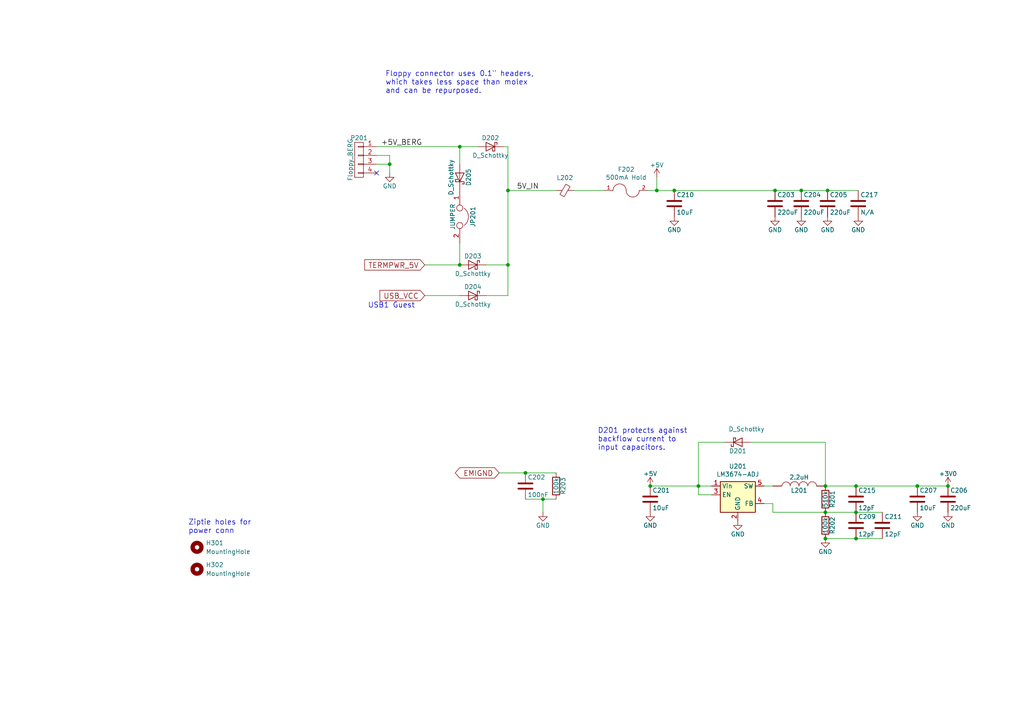
<source format=kicad_sch>
(kicad_sch (version 20230121) (generator eeschema)
  (paper "A4")
  (title_block (title "ZuluSCSI (TM) Pico OSHW") (date "2023-09-19") (rev "2023d") (company "(C) Rabbit Hole Computing ") (comment 1 "ZuluSCSI is a registered trademark of ") (comment 2 "Descended from SCSI2SD, with special thanks to Michael McMaster"))
  (lib_symbols
    (symbol "Device:FerriteBead_Small" (pin_numbers hide) (pin_names (offset 0))
      (property "Reference" "FB" (at 1.905 1.27 0))
      (property "Value" "FerriteBead_Small" (at 1.905 -1.27 0))
      (symbol "FerriteBead_Small_0_1"
        (polyline (pts (xy 0 -1.27) (xy 0 -0.7874)))
        (polyline (pts (xy 0 0.889) (xy 0 1.2954)))
        (polyline (pts (xy -1.8288 0.2794) (xy -1.1176 1.4986) (xy 1.8288 -0.2032) (xy 1.1176 -1.4224) (xy -1.8288 0.2794)))
      )
      (symbol "FerriteBead_Small_1_1"
        (pin passive line (at 0 2.54 270) (length 1.27) (name "~") (number "1"))
        (pin passive line (at 0 -2.54 90) (length 1.27) (name "~") (number "2"))
      )
    )
    (symbol "Mechanical:MountingHole" (pin_names (offset 1.016))
      (property "Reference" "H" (at 0 5.08 0))
      (property "Value" "MountingHole" (at 0 3.175 0))
      (symbol "MountingHole_0_1"
        (circle (center 0 0) (radius 1.27) (stroke (width 1.27)))
      )
    )
    (symbol "Regulator_Switching:LM3670MF"
      (property "Reference" "U" (at -5.08 5.08 0))
      (property "Value" "LM3670MF" (at 0 5.08 0))
      (symbol "LM3670MF_0_1"
        (rectangle (start -5.08 3.81) (end 5.08 -5.08) (stroke (width 0.254)) (fill (type background)))
      )
      (symbol "LM3670MF_1_1"
        (pin power_in line (at -7.62 2.54 0) (length 2.54) (name "Vin") (number "1"))
        (pin power_in line (at 0 -7.62 90) (length 2.54) (name "GND") (number "2"))
        (pin input line (at -7.62 0 0) (length 2.54) (name "EN") (number "3"))
        (pin input line (at 7.62 -2.54 180) (length 2.54) (name "FB") (number "4"))
        (pin input line (at 7.62 2.54 180) (length 2.54) (name "SW") (number "5"))
      )
    )
    (symbol "zuluscsi-rescue:+3V0" (power) (pin_names (offset 0))
      (property "Value" "+3V0" (at 0 3.556 0))
      (symbol "+3V0_0_1"
        (polyline (pts (xy -0.762 1.27) (xy 0 2.54)))
        (polyline (pts (xy 0 0) (xy 0 2.54)))
        (polyline (pts (xy 0 2.54) (xy 0.762 1.27)))
      )
      (symbol "+3V0_1_1"
        (pin power_in line (at 0 0 90) (length 0) hide (name "+3V0") (number "1"))
      )
    )
    (symbol "zuluscsi-rescue:+5V" (power) (pin_names (offset 0))
      (property "Value" "+5V" (at 0 3.556 0))
      (symbol "+5V_0_1"
        (polyline (pts (xy -0.762 1.27) (xy 0 2.54)))
        (polyline (pts (xy 0 0) (xy 0 2.54)))
        (polyline (pts (xy 0 2.54) (xy 0.762 1.27)))
      )
      (symbol "+5V_1_1"
        (pin power_in line (at 0 0 90) (length 0) hide (name "+5V") (number "1"))
      )
    )
    (symbol "zuluscsi-rescue:C" (pin_numbers hide) (pin_names (offset 0.254))
      (property "Reference" "C" (at 0.635 2.54 0))
      (property "Value" "C" (at 0.635 -2.54 0))
      (symbol "C_0_1"
        (polyline (pts (xy -2.032 -0.762) (xy 2.032 -0.762)) (stroke (width 0.508)))
        (polyline (pts (xy -2.032 0.762) (xy 2.032 0.762)) (stroke (width 0.508)))
      )
      (symbol "C_1_1"
        (pin passive line (at 0 3.81 270) (length 2.794) (name "~") (number "1"))
        (pin passive line (at 0 -3.81 90) (length 2.794) (name "~") (number "2"))
      )
    )
    (symbol "zuluscsi-rescue:CONN_01X04" (pin_names (offset 1.016) hide)
      (property "Reference" "P" (at 0 6.35 0))
      (property "Value" "CONN_01X04" (at 2.54 0 90))
      (symbol "CONN_01X04_0_1"
        (rectangle (start -1.27 -3.683) (end 0.254 -3.937))
        (rectangle (start -1.27 -1.143) (end 0.254 -1.397))
        (rectangle (start -1.27 1.397) (end 0.254 1.143))
        (rectangle (start -1.27 3.937) (end 0.254 3.683))
        (rectangle (start -1.27 5.08) (end 1.27 -5.08))
      )
      (symbol "CONN_01X04_1_1"
        (pin passive line (at -5.08 3.81 0) (length 3.81) (name "P1") (number "1"))
        (pin passive line (at -5.08 1.27 0) (length 3.81) (name "P2") (number "2"))
        (pin passive line (at -5.08 -1.27 0) (length 3.81) (name "P3") (number "3"))
        (pin passive line (at -5.08 -3.81 0) (length 3.81) (name "P4") (number "4"))
      )
    )
    (symbol "zuluscsi-rescue:D_Schottky" (pin_numbers hide) (pin_names (offset 1.016) hide)
      (property "Reference" "D" (at 0 2.54 0))
      (property "Value" "D_Schottky" (at 0 -2.54 0))
      (symbol "D_Schottky_0_1"
        (polyline (pts (xy 1.27 0) (xy -1.27 0)))
        (polyline (pts (xy 1.27 1.27) (xy 1.27 -1.27) (xy -1.27 0) (xy 1.27 1.27)) (stroke (width 0.2032)))
        (polyline (pts (xy -1.905 0.635) (xy -1.905 1.27) (xy -1.27 1.27) (xy -1.27 -1.27) (xy -0.635 -1.27) (xy -0.635 -0.635)) (stroke (width 0.2032)))
      )
      (symbol "D_Schottky_1_1"
        (pin passive line (at -3.81 0 0) (length 2.54) (name "K") (number "1"))
        (pin passive line (at 3.81 0 180) (length 2.54) (name "A") (number "2"))
      )
    )
    (symbol "zuluscsi-rescue:FUSE" (pin_names (offset 0.254))
      (property "Reference" "F" (at 2.54 1.27 0))
      (property "Value" "FUSE" (at -2.54 -1.27 0))
      (symbol "FUSE_0_1"
        (arc (start 0 0) (mid -1.905 1.8967) (end -3.81 0))
        (arc (start 0 0) (mid 1.905 -1.8967) (end 3.81 0))
      )
      (symbol "FUSE_1_1"
        (pin input line (at -6.35 0 0) (length 2.54) (name "~") (number "1"))
        (pin input line (at 6.35 0 180) (length 2.54) (name "~") (number "2"))
      )
    )
    (symbol "zuluscsi-rescue:GND" (power) (pin_names (offset 0))
      (property "Value" "GND" (at 0 -3.81 0))
      (symbol "GND_0_1"
        (polyline (pts (xy 0 0) (xy 0 -1.27) (xy 1.27 -1.27) (xy 0 -2.54) (xy -1.27 -1.27) (xy 0 -1.27)))
      )
      (symbol "GND_1_1"
        (pin power_in line (at 0 0 270) (length 0) hide (name "GND") (number "1"))
      )
    )
    (symbol "zuluscsi-rescue:INDUCTOR" (pin_numbers hide) (pin_names (offset 1.016) hide)
      (property "Reference" "L" (at -1.27 0 90))
      (property "Value" "INDUCTOR" (at 2.54 0 90))
      (symbol "INDUCTOR_0_1"
        (arc (start 0.0254 -5.0546) (mid 1.245 -3.7973) (end 0.0254 -2.54))
        (arc (start 0.0254 -2.5146) (mid 1.2704 -1.2319) (end 0.0254 0.0508))
        (arc (start 0.0254 0.0254) (mid 1.2704 1.3081) (end 0.0254 2.5908))
        (arc (start 0.0254 2.5654) (mid 1.1942 3.7719) (end 0.0254 4.9784))
      )
      (symbol "INDUCTOR_1_1"
        (pin passive line (at 0 7.62 270) (length 2.54) (name "1") (number "1"))
        (pin passive line (at 0 -7.62 90) (length 2.54) (name "2") (number "2"))
      )
    )
    (symbol "zuluscsi-rescue:JUMPER" (pin_names (offset 0.762) hide)
      (property "Reference" "JP" (at 0 3.81 0))
      (property "Value" "JUMPER" (at 0 -2.032 0))
      (symbol "JUMPER_0_1"
        (circle (center -2.54 0) (radius 0.889))
        (arc (start 2.5146 1.27) (mid 0.0127 2.5097) (end -2.4892 1.27))
        (circle (center 2.54 0) (radius 0.889))
        (pin passive line (at -7.62 0 0) (length 4.191) (name "1") (number "1"))
        (pin passive line (at 7.62 0 180) (length 4.191) (name "2") (number "2"))
      )
    )
    (symbol "zuluscsi-rescue:R" (pin_numbers hide) (pin_names (offset 0))
      (property "Reference" "R" (at 2.032 0 90))
      (property "Value" "R" (at 0 0 90))
      (symbol "R_0_1"
        (rectangle (start -1.016 -2.54) (end 1.016 2.54) (stroke (width 0.254)))
      )
      (symbol "R_1_1"
        (pin passive line (at 0 3.81 270) (length 1.27) (name "~") (number "1"))
        (pin passive line (at 0 -3.81 90) (length 1.27) (name "~") (number "2"))
      )
    )
  )
  (junction (at 157.48 144.78))
  (junction (at 266.065 140.97))
  (junction (at 274.955 140.97))
  (junction (at 133.35 76.835))
  (junction (at 190.5 55.245))
  (junction (at 195.58 55.245))
  (junction (at 239.395 148.59))
  (junction (at 239.395 140.97))
  (junction (at 240.03 55.245))
  (junction (at 224.79 55.245))
  (junction (at 248.285 148.59))
  (junction (at 133.35 42.545))
  (junction (at 113.03 47.625))
  (junction (at 239.395 156.21))
  (junction (at 152.4 137.16))
  (junction (at 248.285 140.97))
  (junction (at 202.565 140.97))
  (junction (at 248.285 156.21))
  (junction (at 147.32 76.835))
  (junction (at 232.41 55.245))
  (junction (at 147.32 55.245))
  (junction (at 188.595 140.97))
  (no_connect (at 109.22 50.165))
  (wire (pts (xy 232.41 55.245) (xy 240.03 55.245)))
  (wire (pts (xy 195.58 55.245) (xy 224.79 55.245)))
  (wire (pts (xy 113.03 47.625) (xy 113.03 50.165)))
  (wire (pts (xy 123.19 76.835) (xy 133.35 76.835)))
  (wire (pts (xy 210.185 128.27) (xy 202.565 128.27)))
  (wire (pts (xy 138.43 42.545) (xy 133.35 42.545)))
  (wire (pts (xy 123.19 85.725) (xy 133.35 85.725)))
  (wire (pts (xy 248.285 156.21) (xy 239.395 156.21)))
  (wire (pts (xy 239.395 148.59) (xy 248.285 148.59)))
  (wire (pts (xy 202.565 143.51) (xy 202.565 140.97)))
  (wire (pts (xy 133.35 42.545) (xy 133.35 47.625)))
  (wire (pts (xy 221.615 140.97) (xy 224.155 140.97)))
  (wire (pts (xy 255.905 156.21) (xy 248.285 156.21)))
  (wire (pts (xy 113.03 45.085) (xy 113.03 47.625)))
  (wire (pts (xy 224.79 55.245) (xy 232.41 55.245)))
  (wire (pts (xy 224.155 148.59) (xy 224.155 146.05)))
  (wire (pts (xy 147.32 76.835) (xy 140.97 76.835)))
  (wire (pts (xy 147.32 76.835) (xy 147.32 85.725)))
  (wire (pts (xy 146.05 42.545) (xy 147.32 42.545)))
  (wire (pts (xy 206.375 143.51) (xy 202.565 143.51)))
  (wire (pts (xy 147.32 55.245) (xy 147.32 76.835)))
  (wire (pts (xy 109.22 45.085) (xy 113.03 45.085)))
  (wire (pts (xy 152.4 144.78) (xy 157.48 144.78)))
  (wire (pts (xy 166.37 55.245) (xy 175.26 55.245)))
  (wire (pts (xy 109.22 47.625) (xy 113.03 47.625)))
  (wire (pts (xy 188.595 140.97) (xy 202.565 140.97)))
  (wire (pts (xy 157.48 144.78) (xy 161.29 144.78)))
  (wire (pts (xy 187.96 55.245) (xy 190.5 55.245)))
  (wire (pts (xy 248.92 55.245) (xy 240.03 55.245)))
  (wire (pts (xy 144.78 137.16) (xy 152.4 137.16)))
  (wire (pts (xy 202.565 128.27) (xy 202.565 140.97)))
  (wire (pts (xy 190.5 55.245) (xy 190.5 51.435)))
  (wire (pts (xy 224.155 148.59) (xy 239.395 148.59)))
  (wire (pts (xy 147.32 85.725) (xy 140.97 85.725)))
  (wire (pts (xy 224.155 146.05) (xy 221.615 146.05)))
  (wire (pts (xy 109.22 42.545) (xy 133.35 42.545)))
  (wire (pts (xy 217.805 128.27) (xy 239.395 128.27)))
  (wire (pts (xy 133.35 70.485) (xy 133.35 76.835)))
  (wire (pts (xy 161.29 55.245) (xy 147.32 55.245)))
  (wire (pts (xy 239.395 128.27) (xy 239.395 140.97)))
  (wire (pts (xy 190.5 55.245) (xy 195.58 55.245)))
  (wire (pts (xy 202.565 140.97) (xy 206.375 140.97)))
  (wire (pts (xy 248.285 140.97) (xy 266.065 140.97)))
  (wire (pts (xy 147.32 42.545) (xy 147.32 55.245)))
  (wire (pts (xy 152.4 137.16) (xy 161.29 137.16)))
  (wire (pts (xy 239.395 140.97) (xy 248.285 140.97)))
  (wire (pts (xy 248.285 148.59) (xy 255.905 148.59)))
  (wire (pts (xy 157.48 148.59) (xy 157.48 144.78)))
  (wire (pts (xy 266.065 140.97) (xy 274.955 140.97)))
  (text "Floppy connector uses 0.1\" headers,\nwhich takes less space than molex\nand can be repurposed." (at 111.76 27.305 0) (effects (font (size 1.524 1.524)) (justify left bottom)))
  (text "USB1 Guest" (at 106.68 89.535 0) (effects (font (size 1.524 1.524)) (justify left bottom)))
  (text "D201 protects against\nbackflow current to\ninput capacitors." (at 173.355 130.81 0) (effects (font (size 1.524 1.524)) (justify left bottom)))
  (text "Ziptie holes for \npower conn" (at 54.61 154.94 0) (effects (font (size 1.524 1.524)) (justify left bottom)))
  (label "5V_IN" (at 149.86 55.245 0) (effects (font (size 1.524 1.524))))
  (label "+5V_BERG" (at 110.49 42.545 0) (effects (font (size 1.524 1.524))))
  (global_label "USB_VCC" (shape input) (at 123.19 85.725 180) (effects (font (size 1.524 1.524))) (property "Intersheetrefs" "${INTERSHEET_REFS}" (effects hide)))
  (global_label "EMIGND" (shape bidirectional) (at 144.78 137.16 180) (effects (font (size 1.524 1.524))) (property "Intersheetrefs" "${INTERSHEET_REFS}" (effects hide)))
  (global_label "TERMPWR_5V" (shape input) (at 123.19 76.835 180) (effects (font (size 1.524 1.524))) (property "Intersheetrefs" "${INTERSHEET_REFS}" (effects hide)))
  (symbol (lib_id "zuluscsi-rescue:CONN_01X04") (at 104.14 46.355 0) (mirror y) (unit 1)
    (property "Reference" "P201" (at 104.14 40.005 0))
    (property "Value" "Floppy_BERG" (at 101.6 46.355 90))
    (property "Footprint" "ZuluSCSI:floppy-berg" (effects hide))
    (property "LCSC" "N/A" (effects hide))
    (property "JLCPCB_IGNORE" "do not fit" (effects hide))
  )
  (symbol (lib_id "zuluscsi-rescue:GND") (at 113.03 50.165 0) (unit 1)
    (property "Reference" "#PWR062" (effects hide))
    (property "Value" "GND" (at 113.03 53.975 0))
  )
  (symbol (lib_id "zuluscsi-rescue:D_Schottky") (at 142.24 42.545 0) (mirror y) (unit 1)
    (property "Reference" "D202" (at 142.24 40.005 0))
    (property "Value" "D_Schottky" (at 142.24 45.085 0))
    (property "Footprint" "Diode_SMD:D_SOD-123" (effects hide))
    (property "LCSC" "C8598" (effects hide))
    (property "Manufacturer" "Micro Commercial Co" (effects hide))
    (property "PartNumber" "MBRX120LF-TP" (effects hide))
    (property "digikey" "MBRX120LF-TPMSCT-ND" (effects hide))
  )
  (symbol (lib_id "zuluscsi-rescue:D_Schottky") (at 137.16 76.835 0) (mirror y) (unit 1)
    (property "Reference" "D203" (at 137.16 74.295 0))
    (property "Value" "D_Schottky" (at 137.16 79.375 0))
    (property "Footprint" "Diode_SMD:D_SOD-123" (effects hide))
    (property "LCSC" "C8598" (effects hide))
    (property "Manufacturer" "Micro Commercial Co" (effects hide))
    (property "PartNumber" "MBRX120LF-TP" (effects hide))
    (property "digikey" "MBRX120LF-TPMSCT-ND" (effects hide))
  )
  (symbol (lib_id "zuluscsi-rescue:D_Schottky") (at 137.16 85.725 0) (mirror y) (unit 1)
    (property "Reference" "D204" (at 137.16 83.185 0))
    (property "Value" "D_Schottky" (at 137.16 88.265 0))
    (property "Footprint" "Diode_SMD:D_SOD-123" (effects hide))
    (property "LCSC" "C8598" (effects hide))
    (property "Manufacturer" "Micro Commercial Co" (effects hide))
    (property "PartNumber" "MBRX120LF-TP" (effects hide))
    (property "digikey" "MBRX120LF-TPMSCT-ND" (effects hide))
  )
  (symbol (lib_id "zuluscsi-rescue:FUSE") (at 181.61 55.245 0) (unit 1)
    (property "Reference" "F202" (at 181.61 49.149 0))
    (property "Value" "500mA Hold" (at 181.61 51.4604 0))
    (property "Footprint" "Fuse:Fuse_1206_3216Metric" (effects hide))
    (property "LCSC" "C369160" (effects hide))
    (property "Manufacturer" "Bel Fuse Inc" (effects hide))
    (property "PartNumber" "0ZCJ0050FF2G" (effects hide))
    (property "digikey" "507-1802-1-ND" (effects hide))
  )
  (symbol (lib_id "zuluscsi-rescue:+5V") (at 190.5 51.435 0) (unit 1)
    (property "Reference" "#PWR063" (effects hide))
    (property "Value" "+5V" (at 190.5 47.879 0))
  )
  (symbol (lib_id "zuluscsi-rescue:GND") (at 213.995 151.13 0) (unit 1)
    (property "Reference" "#PWR064" (effects hide))
    (property "Value" "GND" (at 213.995 154.94 0))
  )
  (symbol (lib_id "zuluscsi-rescue:+5V") (at 188.595 140.97 0) (unit 1)
    (property "Reference" "#PWR065" (effects hide))
    (property "Value" "+5V" (at 188.595 137.414 0))
  )
  (symbol (lib_id "zuluscsi-rescue:C") (at 188.595 144.78 0) (unit 1)
    (property "Reference" "C201" (at 189.23 142.24 0) (effects (justify left)))
    (property "Value" "10uF" (at 189.23 147.32 0) (effects (justify left)))
    (property "Footprint" "Capacitor_SMD:C_0805_2012Metric" (effects hide))
    (property "LCSC" "C15850" (effects hide))
    (property "Manufacturer" "Samsung" (effects hide))
    (property "PartNumber" "CL21A106KPFNNNG" (effects hide))
    (property "digikey" "1276-6456-1-ND " (effects hide))
  )
  (symbol (lib_id "zuluscsi-rescue:GND") (at 188.595 148.59 0) (unit 1)
    (property "Reference" "#PWR066" (effects hide))
    (property "Value" "GND" (at 188.595 152.4 0))
  )
  (symbol (lib_id "zuluscsi-rescue:INDUCTOR") (at 231.775 140.97 90) (unit 1)
    (property "Reference" "L201" (at 231.775 142.24 90))
    (property "Value" "2.2uH" (at 231.775 138.43 90))
    (property "Footprint" "ZuluSCSI:Inductor_1008" (effects hide))
    (property "LCSC" "C86092" (effects hide))
    (property "Manufacturer" "Murata Electronics North America " (effects hide))
    (property "PartNumber" "DFE252012P-2R2M=P2 " (effects hide))
    (property "digikey" "490-10649-1-ND " (effects hide))
  )
  (symbol (lib_id "zuluscsi-rescue:R") (at 239.395 144.78 0) (unit 1)
    (property "Reference" "R201" (at 241.427 144.78 90))
    (property "Value" "510k" (at 239.395 144.78 90))
    (property "Footprint" "Resistor_SMD:R_0603_1608Metric" (effects hide))
    (property "LCSC" "C23192" (effects hide))
    (property "Manufacturer" "Yageo" (effects hide))
    (property "PartNumber" "RC0603FR-07510KL" (effects hide))
    (property "digikey" "311-510KHRTR-ND " (effects hide))
  )
  (symbol (lib_id "zuluscsi-rescue:R") (at 239.395 152.4 0) (unit 1)
    (property "Reference" "R202" (at 241.427 152.4 90))
    (property "Value" "100k" (at 239.395 152.4 90))
    (property "Footprint" "Resistor_SMD:R_0603_1608Metric" (effects hide))
    (property "LCSC" "C25803" (effects hide))
    (property "Manufacturer" "Yageo" (effects hide))
    (property "PartNumber" "RC0603FR-07100KL" (effects hide))
    (property "digikey" "311-100KHRTR-ND" (effects hide))
  )
  (symbol (lib_id "zuluscsi-rescue:GND") (at 239.395 156.21 0) (unit 1)
    (property "Reference" "#PWR067" (effects hide))
    (property "Value" "GND" (at 239.395 160.02 0))
  )
  (symbol (lib_id "zuluscsi-rescue:C") (at 266.065 144.78 0) (unit 1)
    (property "Reference" "C207" (at 266.7 142.24 0) (effects (justify left)))
    (property "Value" "10uF" (at 266.7 147.32 0) (effects (justify left)))
    (property "Footprint" "Capacitor_SMD:C_0805_2012Metric" (effects hide))
    (property "LCSC" "C15850" (effects hide))
    (property "Manufacturer" "Samsung" (effects hide))
    (property "PartNumber" "CL21A106KPFNNNG" (effects hide))
    (property "digikey" "1276-6456-1-ND " (effects hide))
  )
  (symbol (lib_id "zuluscsi-rescue:GND") (at 266.065 148.59 0) (unit 1)
    (property "Reference" "#PWR068" (effects hide))
    (property "Value" "GND" (at 266.065 152.4 0))
  )
  (symbol (lib_id "zuluscsi-rescue:GND") (at 195.58 62.865 0) (unit 1)
    (property "Reference" "#PWR069" (effects hide))
    (property "Value" "GND" (at 195.58 66.675 0))
  )
  (symbol (lib_id "zuluscsi-rescue:D_Schottky") (at 133.35 51.435 270) (mirror x) (unit 1)
    (property "Reference" "D205" (at 135.89 51.435 0))
    (property "Value" "D_Schottky" (at 130.81 51.435 0))
    (property "Footprint" "Diode_SMD:D_SOD-123" (effects hide))
    (property "LCSC" "C8598" (effects hide))
    (property "Manufacturer" "Micro Commercial Co" (effects hide))
    (property "PartNumber" "MBRX120LF-TP" (effects hide))
    (property "digikey" "MBRX120LF-TPMSCT-ND" (effects hide))
  )
  (symbol (lib_id "zuluscsi-rescue:JUMPER") (at 133.35 62.865 270) (unit 1)
    (property "Reference" "JP201" (at 137.16 62.865 0))
    (property "Value" "JUMPER" (at 131.318 62.865 0))
    (property "Footprint" "Connector_PinHeader_2.54mm:PinHeader_1x02_P2.54mm_Vertical" (effects hide))
    (property "LCSC" "N/A" (effects hide))
    (property "JLCPCB_IGNORE" "do not fit" (effects hide))
  )
  (symbol (lib_id "zuluscsi-rescue:C") (at 248.285 144.78 0) (unit 1)
    (property "Reference" "C215" (at 248.92 142.24 0) (effects (justify left)))
    (property "Value" "12pF" (at 248.92 147.32 0) (effects (justify left)))
    (property "Footprint" "Capacitor_SMD:C_0603_1608Metric" (effects hide))
    (property "LCSC" "C38523" (effects hide))
    (property "Manufacturer" "KEMET" (effects hide))
    (property "PartNumber" "C0603C120J5GAC7867" (effects hide))
    (property "digikey" "399-C0603C120J5GAC7867TR-ND" (effects hide))
  )
  (symbol (lib_id "zuluscsi-rescue:GND") (at 274.955 148.59 0) (unit 1)
    (property "Reference" "#PWR071" (effects hide))
    (property "Value" "GND" (at 274.955 152.4 0))
  )
  (symbol (lib_id "zuluscsi-rescue:+3V0") (at 274.955 140.97 0) (unit 1)
    (property "Reference" "#PWR072" (effects hide))
    (property "Value" "+3V0" (at 274.955 137.414 0))
  )
  (symbol (lib_id "zuluscsi-rescue:C") (at 152.4 140.97 0) (unit 1)
    (property "Reference" "C202" (at 153.035 138.43 0) (effects (justify left)))
    (property "Value" "100nF" (at 153.035 143.51 0) (effects (justify left)))
    (property "Footprint" "Capacitor_SMD:C_0603_1608Metric" (effects hide))
    (property "LCSC" "C14663" (effects hide))
    (property "Manufacturer" "Samsung" (effects hide))
    (property "PartNumber" "CL10B104KB8NNWC" (effects hide))
    (property "digikey" "1276-1935-1-ND" (effects hide))
  )
  (symbol (lib_id "zuluscsi-rescue:R") (at 161.29 140.97 0) (unit 1)
    (property "Reference" "R203" (at 163.322 140.97 90))
    (property "Value" "100k" (at 161.29 140.97 90))
    (property "Footprint" "Resistor_SMD:R_0603_1608Metric" (effects hide))
    (property "LCSC" "C25803" (effects hide))
    (property "Manufacturer" "Yageo" (effects hide))
    (property "PartNumber" "RC0603FR-07100KL" (effects hide))
    (property "digikey" "311-100KHRTR-ND" (effects hide))
  )
  (symbol (lib_id "zuluscsi-rescue:GND") (at 157.48 148.59 0) (unit 1)
    (property "Reference" "#PWR073" (effects hide))
    (property "Value" "GND" (at 157.48 152.4 0))
  )
  (symbol (lib_id "zuluscsi-rescue:C") (at 224.79 59.055 0) (unit 1)
    (property "Reference" "C203" (at 225.425 56.515 0) (effects (justify left)))
    (property "Value" "220uF" (at 225.425 61.595 0) (effects (justify left)))
    (property "Footprint" "Capacitor_SMD:CP_Elec_6.3x7.7" (effects hide))
    (property "Datasheet" "Panasonic EEE-FT1C221AP" (effects hide))
    (property "LCSC" "C2887273" (effects hide))
    (property "Manufacturer" "Nichicon" (effects hide))
    (property "PartNumber" "UUD1C221MCL1GS" (effects hide))
    (property "digikey" "493-2264-1-ND" (effects hide))
  )
  (symbol (lib_id "zuluscsi-rescue:C") (at 232.41 59.055 0) (unit 1)
    (property "Reference" "C204" (at 233.045 56.515 0) (effects (justify left)))
    (property "Value" "220uF" (at 233.045 61.595 0) (effects (justify left)))
    (property "Footprint" "Capacitor_SMD:CP_Elec_6.3x7.7" (effects hide))
    (property "Datasheet" "Panasonic EEE-FT1C221AP" (effects hide))
    (property "LCSC" "C2887273" (effects hide))
    (property "Manufacturer" "Nichicon" (effects hide))
    (property "PartNumber" "UUD1C221MCL1GS" (effects hide))
    (property "digikey" "493-2264-1-ND" (effects hide))
  )
  (symbol (lib_id "zuluscsi-rescue:C") (at 240.03 59.055 0) (unit 1)
    (property "Reference" "C205" (at 240.665 56.515 0) (effects (justify left)))
    (property "Value" "220uF" (at 240.665 61.595 0) (effects (justify left)))
    (property "Footprint" "Capacitor_SMD:CP_Elec_6.3x7.7" (effects hide))
    (property "Datasheet" "Panasonic EEE-FT1C221AP" (effects hide))
    (property "LCSC" "C2887273" (effects hide))
    (property "Manufacturer" "Nichicon" (effects hide))
    (property "PartNumber" "UUD1C221MCL1GS" (effects hide))
    (property "digikey" "493-2264-1-ND" (effects hide))
  )
  (symbol (lib_id "zuluscsi-rescue:GND") (at 224.79 62.865 0) (unit 1)
    (property "Reference" "#PWR0201" (effects hide))
    (property "Value" "GND" (at 224.79 66.675 0))
  )
  (symbol (lib_id "zuluscsi-rescue:GND") (at 232.41 62.865 0) (unit 1)
    (property "Reference" "#PWR0202" (effects hide))
    (property "Value" "GND" (at 232.41 66.675 0))
  )
  (symbol (lib_id "zuluscsi-rescue:GND") (at 240.03 62.865 0) (unit 1)
    (property "Reference" "#PWR0203" (effects hide))
    (property "Value" "GND" (at 240.03 66.675 0))
  )
  (symbol (lib_id "Device:FerriteBead_Small") (at 163.83 55.245 270) (unit 1)
    (property "Reference" "L202" (at 163.83 51.562 90))
    (property "Value" "Ferrite_Bead_Small" (effects hide))
    (property "Footprint" "Inductor_SMD:L_0603_1608Metric" (effects hide))
    (property "LCSC" "C1002" (effects hide))
    (property "Manufacturer" "Pulse Electronics Network" (effects hide))
    (property "PartNumber" "PE-0603FB601ST" (effects hide))
    (property "digikey" "553-2384-2-ND" (effects hide))
  )
  (symbol (lib_id "zuluscsi-rescue:C") (at 195.58 59.055 0) (unit 1)
    (property "Reference" "C210" (at 196.215 56.515 0) (effects (justify left)))
    (property "Value" "10uF" (at 196.215 61.595 0) (effects (justify left)))
    (property "Footprint" "Capacitor_SMD:C_0805_2012Metric" (effects hide))
    (property "LCSC" "C15850" (effects hide))
    (property "Manufacturer" "Samsung" (effects hide))
    (property "PartNumber" "CL21A106KPFNNNG" (effects hide))
    (property "digikey" "1276-6456-1-ND " (effects hide))
  )
  (symbol (lib_id "zuluscsi-rescue:C") (at 274.955 144.78 0) (unit 1)
    (property "Reference" "C206" (at 275.59 142.24 0) (effects (justify left)))
    (property "Value" "220uF" (at 275.59 147.32 0) (effects (justify left)))
    (property "Footprint" "Capacitor_SMD:CP_Elec_6.3x7.7" (effects hide))
    (property "Datasheet" "Panasonic EEE-FT1C221AP" (effects hide))
    (property "LCSC" "C2887273" (effects hide))
    (property "Manufacturer" "Nichicon" (effects hide))
    (property "PartNumber" "UUD1C221MCL1GS" (effects hide))
    (property "digikey" "493-2264-1-ND" (effects hide))
  )
  (symbol (lib_id "zuluscsi-rescue:C") (at 248.92 59.055 0) (unit 1)
    (property "Reference" "C217" (at 249.555 56.515 0) (effects (justify left)))
    (property "Value" "N/A" (at 249.555 61.595 0) (effects (justify left)))
    (property "Footprint" "Capacitor_THT:CP_Radial_D10.0mm_P5.00mm" (effects hide))
    (property "Datasheet" "Panasonic EEE-FT1C221AP" (effects hide))
    (property "LCSC" "N/A" (effects hide))
    (property "JLCPCB_IGNORE" "do not fit" (effects hide))
  )
  (symbol (lib_id "zuluscsi-rescue:GND") (at 248.92 62.865 0) (unit 1)
    (property "Reference" "#PWR0205" (effects hide))
    (property "Value" "GND" (at 248.92 66.675 0))
  )
  (symbol (lib_id "zuluscsi-rescue:D_Schottky") (at 213.995 128.27 0) (mirror x) (unit 1)
    (property "Reference" "D201" (at 213.995 130.81 0))
    (property "Value" "D_Schottky" (at 216.535 124.46 0))
    (property "Footprint" "Diode_SMD:D_SOD-123" (effects hide))
    (property "LCSC" "C8598" (effects hide))
    (property "Manufacturer" "Micro Commercial Co" (effects hide))
    (property "PartNumber" "MBRX120LF-TP" (effects hide))
    (property "digikey" "MBRX120LF-TPMSCT-ND" (effects hide))
  )
  (symbol (lib_id "Regulator_Switching:LM3670MF") (at 213.995 143.51 0) (unit 1)
    (property "Reference" "U201" (at 213.995 135.255 0))
    (property "Value" "LM3674-ADJ" (at 213.995 137.5664 0))
    (property "Footprint" "Package_TO_SOT_SMD:TSOT-23-5" (effects hide))
    (property "Datasheet" "http://www.ti.com/lit/ds/symlink/lm3670.pdf" (effects hide))
    (property "LCSC" "C52027" (effects hide))
    (property "Manufacturer" "Texas Instruments" (effects hide))
    (property "PartNumber" "LM3674MFX-ADJ/NOPB" (effects hide))
    (property "digikey" "296-43049-1-ND" (effects hide))
    (property "JLCPCBCORRECT" "0;0;-90" (effects hide))
  )
  (symbol (lib_id "zuluscsi-rescue:C") (at 248.285 152.4 0) (unit 1)
    (property "Reference" "C209" (at 248.92 149.86 0) (effects (justify left)))
    (property "Value" "12pF" (at 248.92 154.94 0) (effects (justify left)))
    (property "Footprint" "Capacitor_SMD:C_0603_1608Metric" (effects hide))
    (property "LCSC" "C38523" (effects hide))
    (property "Manufacturer" "KEMET" (effects hide))
    (property "PartNumber" "C0603C120J5GAC7867" (effects hide))
    (property "digikey" "399-C0603C120J5GAC7867TR-ND" (effects hide))
  )
  (symbol (lib_id "zuluscsi-rescue:C") (at 255.905 152.4 0) (unit 1)
    (property "Reference" "C211" (at 256.54 149.86 0) (effects (justify left)))
    (property "Value" "12pF" (at 256.54 154.94 0) (effects (justify left)))
    (property "Footprint" "Capacitor_SMD:C_0603_1608Metric" (effects hide))
    (property "LCSC" "C38523" (effects hide))
    (property "Manufacturer" "KEMET" (effects hide))
    (property "PartNumber" "C0603C120J5GAC7867" (effects hide))
    (property "digikey" "399-C0603C120J5GAC7867TR-ND" (effects hide))
  )
  (symbol (lib_id "Mechanical:MountingHole") (at 57.15 158.75 0) (unit 1) (in_bom no)
    (property "Reference" "H301" (at 59.69 157.48 0) (effects (justify left)))
    (property "Value" "MountingHole" (at 59.69 160.02 0) (effects (justify left)))
    (property "Footprint" "MountingHole:MountingHole_2.7mm_M2.5" (effects hide))
    (property "LCSC" "N/A" (effects hide))
    (property "JLCPCB_IGNORE" "do not fit" (effects hide))
  )
  (symbol (lib_id "Mechanical:MountingHole") (at 57.15 165.1 0) (unit 1) (in_bom no)
    (property "Reference" "H302" (at 59.69 163.83 0) (effects (justify left)))
    (property "Value" "MountingHole" (at 59.69 166.37 0) (effects (justify left)))
    (property "Footprint" "MountingHole:MountingHole_2.7mm_M2.5" (effects hide))
    (property "LCSC" "N/A" (effects hide))
    (property "JLCPCB_IGNORE" "do not fit" (effects hide))
  )
)
</source>
